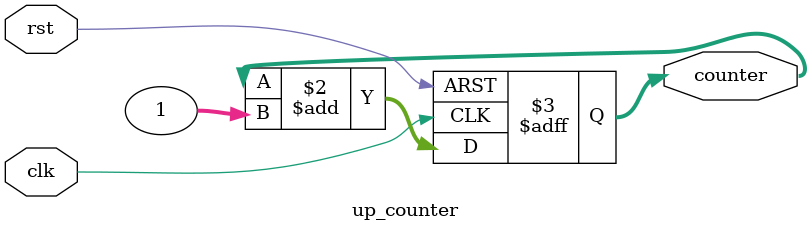
<source format=v>
module up_counter(input clk, rst, output[31:0] counter
    );
reg [31:0] counter;
    
always @(posedge clk or posedge rst)
begin
if(rst)
 counter <= 32'd0;
else
 counter <= counter + 32'd1;
end 
endmodule

</source>
